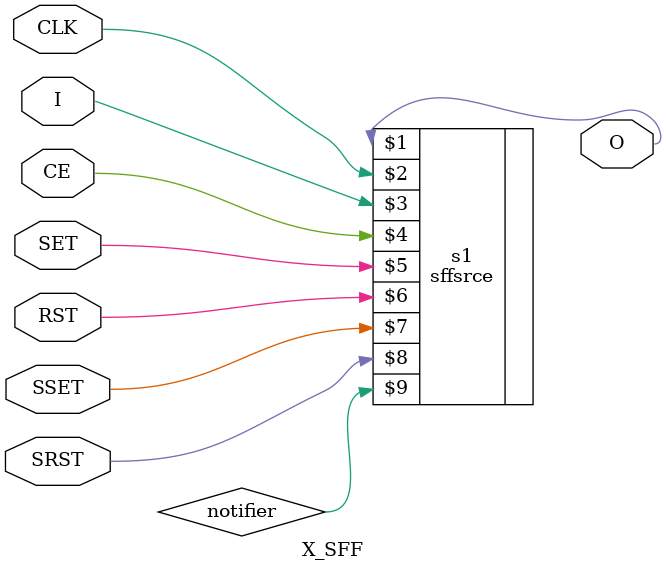
<source format=v>

`celldefine
`timescale 1 ps/1 ps

module X_SFF (O, CE, CLK, I, RST, SET, SRST, SSET);

  parameter INIT = 1'b0;

  output O;
  input I, CLK, SET, RST, SSET, SRST, CE;

  wire nrst, nset, nsrst, nsset, in_out;
  wire in_clk_enable, ce_clk_enable, set_clk_enable;
  wire srst_clk_enable, sset_clk_enable;
  reg notifier;

  not (nrst, RST);
  not (nset, SET);
  not (nsrst, SRST);
  not (nsset, SSET);
  xor (in_out, I, O);
  
  and (in_clk_enable, nrst, nset, nsrst, nsset, CE);
  and (ce_clk_enable, nrst, nset, nsrst, nsset, in_out);
  and (set_clk_enable, nrst, CE);
  and (srst_clk_enable, nrst, nset, nsrst);
  and (sset_clk_enable, nrst, nset);

  sffsrce s1 (O, CLK, I, CE, SET, RST, SSET, SRST, notifier);

endmodule

</source>
